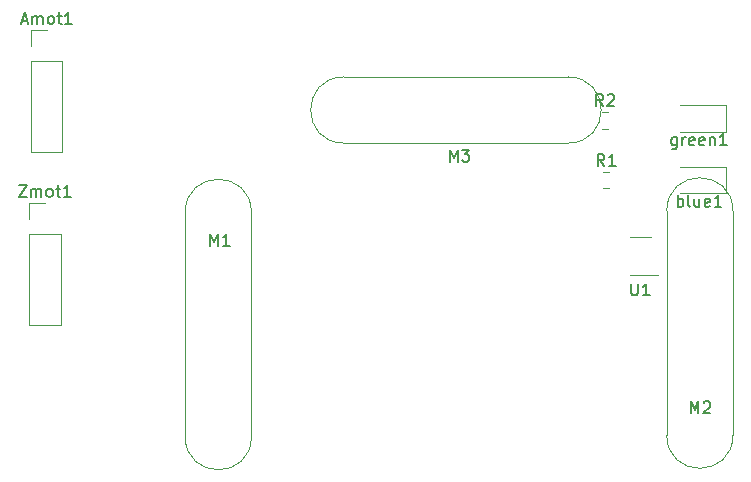
<source format=gbr>
%TF.GenerationSoftware,KiCad,Pcbnew,5.1.6-c6e7f7d~87~ubuntu20.04.1*%
%TF.CreationDate,2022-02-26T19:36:22+01:00*%
%TF.ProjectId,pick_n_place_head,7069636b-5f6e-45f7-906c-6163655f6865,rev?*%
%TF.SameCoordinates,PX5f36538PY5a45498*%
%TF.FileFunction,Legend,Top*%
%TF.FilePolarity,Positive*%
%FSLAX46Y46*%
G04 Gerber Fmt 4.6, Leading zero omitted, Abs format (unit mm)*
G04 Created by KiCad (PCBNEW 5.1.6-c6e7f7d~87~ubuntu20.04.1) date 2022-02-26 19:36:22*
%MOMM*%
%LPD*%
G01*
G04 APERTURE LIST*
%ADD10C,0.120000*%
%ADD11C,0.150000*%
G04 APERTURE END LIST*
D10*
%TO.C,Amot1*%
X-10895640Y37235440D02*
X-9565640Y37235440D01*
X-10895640Y35905440D02*
X-10895640Y37235440D01*
X-10895640Y34635440D02*
X-8235640Y34635440D01*
X-8235640Y34635440D02*
X-8235640Y26955440D01*
X-10895640Y34635440D02*
X-10895640Y26955440D01*
X-10895640Y26955440D02*
X-8235640Y26955440D01*
%TO.C,blue1*%
X47961760Y25712040D02*
X44076760Y25712040D01*
X47961760Y23442040D02*
X47961760Y25712040D01*
X44076760Y23442040D02*
X47961760Y23442040D01*
%TO.C,green1*%
X44053760Y28649040D02*
X47938760Y28649040D01*
X47938760Y28649040D02*
X47938760Y30919040D01*
X47938760Y30919040D02*
X44053760Y30919040D01*
%TO.C,M1*%
X2162760Y21834240D02*
X2162760Y2834240D01*
X7762760Y2834240D02*
X7762760Y21834240D01*
X2162760Y21834240D02*
G75*
G02*
X7762760Y21834240I2800000J0D01*
G01*
X7762760Y2834240D02*
G75*
G02*
X2162760Y2834240I-2800000J0D01*
G01*
%TO.C,M2*%
X48529760Y2961240D02*
X48529760Y21961240D01*
X42929760Y21961240D02*
X42929760Y2961240D01*
X48529760Y2961240D02*
G75*
G02*
X42929760Y2961240I-2800000J0D01*
G01*
X42929760Y21961240D02*
G75*
G02*
X48529760Y21961240I2800000J0D01*
G01*
%TO.C,M3*%
X34579760Y33295240D02*
X15579760Y33295240D01*
X15579760Y27695240D02*
X34579760Y27695240D01*
X34579760Y33295240D02*
G75*
G02*
X34579760Y27695240I0J-2800000D01*
G01*
X15579760Y27695240D02*
G75*
G02*
X15579760Y33295240I0J2800000D01*
G01*
%TO.C,R1*%
X37549182Y23867040D02*
X38066338Y23867040D01*
X37549182Y25287040D02*
X38066338Y25287040D01*
%TO.C,R2*%
X37445182Y30341640D02*
X37962338Y30341640D01*
X37445182Y28921640D02*
X37962338Y28921640D01*
%TO.C,U1*%
X41575760Y19760840D02*
X39775760Y19760840D01*
X39775760Y16540840D02*
X42225760Y16540840D01*
%TO.C,Zmot1*%
X-11048040Y12325040D02*
X-8388040Y12325040D01*
X-11048040Y20005040D02*
X-11048040Y12325040D01*
X-8388040Y20005040D02*
X-8388040Y12325040D01*
X-11048040Y20005040D02*
X-8388040Y20005040D01*
X-11048040Y21275040D02*
X-11048040Y22605040D01*
X-11048040Y22605040D02*
X-9718040Y22605040D01*
%TO.C,Amot1*%
D11*
X-11684688Y38068774D02*
X-11208498Y38068774D01*
X-11779926Y37783060D02*
X-11446593Y38783060D01*
X-11113260Y37783060D01*
X-10779926Y37783060D02*
X-10779926Y38449726D01*
X-10779926Y38354488D02*
X-10732307Y38402107D01*
X-10637069Y38449726D01*
X-10494212Y38449726D01*
X-10398974Y38402107D01*
X-10351355Y38306869D01*
X-10351355Y37783060D01*
X-10351355Y38306869D02*
X-10303736Y38402107D01*
X-10208498Y38449726D01*
X-10065640Y38449726D01*
X-9970402Y38402107D01*
X-9922783Y38306869D01*
X-9922783Y37783060D01*
X-9303736Y37783060D02*
X-9398974Y37830679D01*
X-9446593Y37878298D01*
X-9494212Y37973536D01*
X-9494212Y38259250D01*
X-9446593Y38354488D01*
X-9398974Y38402107D01*
X-9303736Y38449726D01*
X-9160879Y38449726D01*
X-9065640Y38402107D01*
X-9018021Y38354488D01*
X-8970402Y38259250D01*
X-8970402Y37973536D01*
X-9018021Y37878298D01*
X-9065640Y37830679D01*
X-9160879Y37783060D01*
X-9303736Y37783060D01*
X-8684688Y38449726D02*
X-8303736Y38449726D01*
X-8541831Y38783060D02*
X-8541831Y37925917D01*
X-8494212Y37830679D01*
X-8398974Y37783060D01*
X-8303736Y37783060D01*
X-7446593Y37783060D02*
X-8018021Y37783060D01*
X-7732307Y37783060D02*
X-7732307Y38783060D01*
X-7827545Y38640202D01*
X-7922783Y38544964D01*
X-8018021Y38497345D01*
%TO.C,blue1*%
X43843426Y22304660D02*
X43843426Y23304660D01*
X43843426Y22923707D02*
X43938664Y22971326D01*
X44129140Y22971326D01*
X44224379Y22923707D01*
X44271998Y22876088D01*
X44319617Y22780850D01*
X44319617Y22495136D01*
X44271998Y22399898D01*
X44224379Y22352279D01*
X44129140Y22304660D01*
X43938664Y22304660D01*
X43843426Y22352279D01*
X44891045Y22304660D02*
X44795807Y22352279D01*
X44748188Y22447517D01*
X44748188Y23304660D01*
X45700569Y22971326D02*
X45700569Y22304660D01*
X45271998Y22971326D02*
X45271998Y22447517D01*
X45319617Y22352279D01*
X45414855Y22304660D01*
X45557712Y22304660D01*
X45652950Y22352279D01*
X45700569Y22399898D01*
X46557712Y22352279D02*
X46462474Y22304660D01*
X46271998Y22304660D01*
X46176760Y22352279D01*
X46129140Y22447517D01*
X46129140Y22828469D01*
X46176760Y22923707D01*
X46271998Y22971326D01*
X46462474Y22971326D01*
X46557712Y22923707D01*
X46605331Y22828469D01*
X46605331Y22733231D01*
X46129140Y22637993D01*
X47557712Y22304660D02*
X46986283Y22304660D01*
X47271998Y22304660D02*
X47271998Y23304660D01*
X47176760Y23161802D01*
X47081521Y23066564D01*
X46986283Y23018945D01*
%TO.C,green1*%
X43772807Y28178326D02*
X43772807Y27368802D01*
X43725188Y27273564D01*
X43677569Y27225945D01*
X43582331Y27178326D01*
X43439474Y27178326D01*
X43344236Y27225945D01*
X43772807Y27559279D02*
X43677569Y27511660D01*
X43487093Y27511660D01*
X43391855Y27559279D01*
X43344236Y27606898D01*
X43296617Y27702136D01*
X43296617Y27987850D01*
X43344236Y28083088D01*
X43391855Y28130707D01*
X43487093Y28178326D01*
X43677569Y28178326D01*
X43772807Y28130707D01*
X44248998Y27511660D02*
X44248998Y28178326D01*
X44248998Y27987850D02*
X44296617Y28083088D01*
X44344236Y28130707D01*
X44439474Y28178326D01*
X44534712Y28178326D01*
X45248998Y27559279D02*
X45153760Y27511660D01*
X44963283Y27511660D01*
X44868045Y27559279D01*
X44820426Y27654517D01*
X44820426Y28035469D01*
X44868045Y28130707D01*
X44963283Y28178326D01*
X45153760Y28178326D01*
X45248998Y28130707D01*
X45296617Y28035469D01*
X45296617Y27940231D01*
X44820426Y27844993D01*
X46106140Y27559279D02*
X46010902Y27511660D01*
X45820426Y27511660D01*
X45725188Y27559279D01*
X45677569Y27654517D01*
X45677569Y28035469D01*
X45725188Y28130707D01*
X45820426Y28178326D01*
X46010902Y28178326D01*
X46106140Y28130707D01*
X46153760Y28035469D01*
X46153760Y27940231D01*
X45677569Y27844993D01*
X46582331Y28178326D02*
X46582331Y27511660D01*
X46582331Y28083088D02*
X46629950Y28130707D01*
X46725188Y28178326D01*
X46868045Y28178326D01*
X46963283Y28130707D01*
X47010902Y28035469D01*
X47010902Y27511660D01*
X48010902Y27511660D02*
X47439474Y27511660D01*
X47725188Y27511660D02*
X47725188Y28511660D01*
X47629950Y28368802D01*
X47534712Y28273564D01*
X47439474Y28225945D01*
%TO.C,M1*%
X4254836Y18993860D02*
X4254836Y19993860D01*
X4588169Y19279574D01*
X4921502Y19993860D01*
X4921502Y18993860D01*
X5921502Y18993860D02*
X5350074Y18993860D01*
X5635788Y18993860D02*
X5635788Y19993860D01*
X5540550Y19851002D01*
X5445312Y19755764D01*
X5350074Y19708145D01*
%TO.C,M2*%
X44945636Y4820660D02*
X44945636Y5820660D01*
X45278969Y5106374D01*
X45612302Y5820660D01*
X45612302Y4820660D01*
X46040874Y5725421D02*
X46088493Y5773040D01*
X46183731Y5820660D01*
X46421826Y5820660D01*
X46517064Y5773040D01*
X46564683Y5725421D01*
X46612302Y5630183D01*
X46612302Y5534945D01*
X46564683Y5392088D01*
X45993255Y4820660D01*
X46612302Y4820660D01*
%TO.C,M3*%
X24549636Y26131260D02*
X24549636Y27131260D01*
X24882969Y26416974D01*
X25216302Y27131260D01*
X25216302Y26131260D01*
X25597255Y27131260D02*
X26216302Y27131260D01*
X25882969Y26750307D01*
X26025826Y26750307D01*
X26121064Y26702688D01*
X26168683Y26655069D01*
X26216302Y26559831D01*
X26216302Y26321736D01*
X26168683Y26226498D01*
X26121064Y26178879D01*
X26025826Y26131260D01*
X25740112Y26131260D01*
X25644874Y26178879D01*
X25597255Y26226498D01*
%TO.C,R1*%
X37641093Y25774660D02*
X37307760Y26250850D01*
X37069664Y25774660D02*
X37069664Y26774660D01*
X37450617Y26774660D01*
X37545855Y26727040D01*
X37593474Y26679421D01*
X37641093Y26584183D01*
X37641093Y26441326D01*
X37593474Y26346088D01*
X37545855Y26298469D01*
X37450617Y26250850D01*
X37069664Y26250850D01*
X38593474Y25774660D02*
X38022045Y25774660D01*
X38307760Y25774660D02*
X38307760Y26774660D01*
X38212521Y26631802D01*
X38117283Y26536564D01*
X38022045Y26488945D01*
%TO.C,R2*%
X37537093Y30829260D02*
X37203760Y31305450D01*
X36965664Y30829260D02*
X36965664Y31829260D01*
X37346617Y31829260D01*
X37441855Y31781640D01*
X37489474Y31734021D01*
X37537093Y31638783D01*
X37537093Y31495926D01*
X37489474Y31400688D01*
X37441855Y31353069D01*
X37346617Y31305450D01*
X36965664Y31305450D01*
X37918045Y31734021D02*
X37965664Y31781640D01*
X38060902Y31829260D01*
X38298998Y31829260D01*
X38394236Y31781640D01*
X38441855Y31734021D01*
X38489474Y31638783D01*
X38489474Y31543545D01*
X38441855Y31400688D01*
X37870426Y30829260D01*
X38489474Y30829260D01*
%TO.C,U1*%
X39913855Y15798460D02*
X39913855Y14988936D01*
X39961474Y14893698D01*
X40009093Y14846079D01*
X40104331Y14798460D01*
X40294807Y14798460D01*
X40390045Y14846079D01*
X40437664Y14893698D01*
X40485283Y14988936D01*
X40485283Y15798460D01*
X41485283Y14798460D02*
X40913855Y14798460D01*
X41199569Y14798460D02*
X41199569Y15798460D01*
X41104331Y15655602D01*
X41009093Y15560364D01*
X40913855Y15512745D01*
%TO.C,Zmot1*%
X-11932326Y24152660D02*
X-11265660Y24152660D01*
X-11932326Y23152660D01*
X-11265660Y23152660D01*
X-10884707Y23152660D02*
X-10884707Y23819326D01*
X-10884707Y23724088D02*
X-10837088Y23771707D01*
X-10741850Y23819326D01*
X-10598993Y23819326D01*
X-10503755Y23771707D01*
X-10456136Y23676469D01*
X-10456136Y23152660D01*
X-10456136Y23676469D02*
X-10408517Y23771707D01*
X-10313279Y23819326D01*
X-10170421Y23819326D01*
X-10075183Y23771707D01*
X-10027564Y23676469D01*
X-10027564Y23152660D01*
X-9408517Y23152660D02*
X-9503755Y23200279D01*
X-9551374Y23247898D01*
X-9598993Y23343136D01*
X-9598993Y23628850D01*
X-9551374Y23724088D01*
X-9503755Y23771707D01*
X-9408517Y23819326D01*
X-9265660Y23819326D01*
X-9170421Y23771707D01*
X-9122802Y23724088D01*
X-9075183Y23628850D01*
X-9075183Y23343136D01*
X-9122802Y23247898D01*
X-9170421Y23200279D01*
X-9265660Y23152660D01*
X-9408517Y23152660D01*
X-8789469Y23819326D02*
X-8408517Y23819326D01*
X-8646612Y24152660D02*
X-8646612Y23295517D01*
X-8598993Y23200279D01*
X-8503755Y23152660D01*
X-8408517Y23152660D01*
X-7551374Y23152660D02*
X-8122802Y23152660D01*
X-7837088Y23152660D02*
X-7837088Y24152660D01*
X-7932326Y24009802D01*
X-8027564Y23914564D01*
X-8122802Y23866945D01*
%TD*%
M02*

</source>
